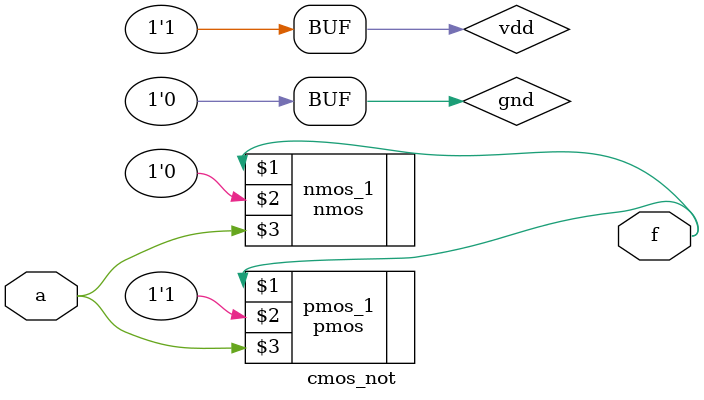
<source format=v>
`timescale 1ns / 1ps

module cmos_not(
    input a,
    output f
);
    supply1 vdd;//高电平
    supply0 gnd;//接地端

    // Verilog已实现pmos(drain,source,gate);
    pmos pmos_1(f,vdd,a);
    // Verilog已实现nmos(drain,source,gate);
    nmos nmos_1(f,gnd,a);
endmodule

</source>
